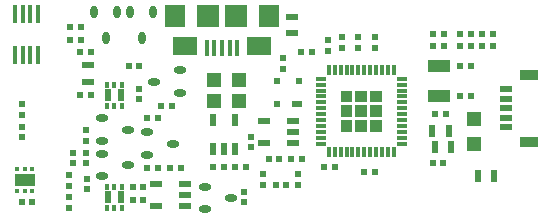
<source format=gbp>
G04 ================== begin FILE IDENTIFICATION RECORD ==================*
G04 Layout Name:  RC-TranponderV12.brd*
G04 Film Name:    Solderpaste_bot*
G04 File Format:  Gerber RS274X*
G04 File Origin:  Cadence Allegro 17.2-S042*
G04 Origin Date:  Fri Apr 26 16:06:40 2019*
G04 *
G04 Layer:  PACKAGE GEOMETRY/PASTEMASK_BOTTOM*
G04 Layer:  PIN/PASTEMASK_BOTTOM*
G04 Layer:  VIA CLASS/PASTEMASK_BOTTOM*
G04 *
G04 Offset:    (0.0000 0.0000)*
G04 Mirror:    No*
G04 Mode:      Positive*
G04 Rotation:  0*
G04 FullContactRelief:  No*
G04 UndefLineWidth:     0.1500*
G04 ================== end FILE IDENTIFICATION RECORD ====================*
%FSAX55Y55*MOMM*%
%IR0*IPPOS*OFA0.00000B0.00000*MIA0B0*SFA1.00000B1.00000*%
%ADD18O,.6X1.1*%
%ADD33R,1.X.5*%
%ADD16O,1.1X.6*%
%ADD17R,1.X.6*%
%ADD14R,.6X1.*%
%ADD30R,.6X1.*%
%ADD25R,.4X1.35*%
%ADD13R,.3X1.55*%
%ADD32R,1.6X.9*%
%ADD10R,.6X.6*%
%ADD19R,1.0922X.6096*%
%ADD23R,.6096X1.0922*%
%ADD20R,2.1X1.6*%
%ADD31R,1.9X1.1*%
%ADD11R,1.72X1.12*%
%ADD26R,.5X.6*%
%ADD15R,.35X.5*%
%ADD12R,.4X.45*%
%ADD21R,1.8X1.9*%
%ADD29R,.3X.85*%
%ADD28R,.9X.6*%
%ADD22R,1.9X1.9*%
%ADD27R,.85X.3*%
%ADD24R,1.3X1.3*%
G75*
%LPD*%
G75*
G36*
G01X-0001355000Y0000700000D02*
X-0001355000Y0000800000D01*
X-0001255000Y0000800000D01*
X-0001255000Y0000700000D01*
X-0001355000Y0000700000D01*
G37*
G36*
G01X-0001480000Y0000700000D02*
X-0001480000Y0000800000D01*
X-0001380000Y0000800000D01*
X-0001380000Y0000700000D01*
X-0001480000Y0000700000D01*
G37*
G36*
G01X-0001480000Y0000825000D02*
X-0001480000Y0000925000D01*
X-0001380000Y0000925000D01*
X-0001380000Y0000825000D01*
X-0001480000Y0000825000D01*
G37*
G36*
G01X-0001355000Y0000825000D02*
X-0001355000Y0000925000D01*
X-0001255000Y0000925000D01*
X-0001255000Y0000825000D01*
X-0001355000Y0000825000D01*
G37*
G36*
G01X-0001480000Y0000950000D02*
X-0001480000Y0001050000D01*
X-0001380000Y0001050000D01*
X-0001380000Y0000950000D01*
X-0001480000Y0000950000D01*
G37*
G36*
G01X-0001355000Y0000950000D02*
X-0001355000Y0001050000D01*
X-0001255000Y0001050000D01*
X-0001255000Y0000950000D01*
X-0001355000Y0000950000D01*
G37*
G36*
G01X-0001230000Y0000700000D02*
X-0001230000Y0000800000D01*
X-0001130000Y0000800000D01*
X-0001130000Y0000700000D01*
X-0001230000Y0000700000D01*
G37*
G36*
G01X-0001230000Y0000825000D02*
X-0001230000Y0000925000D01*
X-0001130000Y0000925000D01*
X-0001130000Y0000825000D01*
X-0001230000Y0000825000D01*
G37*
G36*
G01X-0001230000Y0000950000D02*
X-0001230000Y0001050000D01*
X-0001130000Y0001050000D01*
X-0001130000Y0000950000D01*
X-0001230000Y0000950000D01*
G37*
G54D10*
X-0004180000Y0000105000D03*
X-0004090000Y0000105000D03*
X-0004175000Y0000845000D03*
X-0004175000Y0000655000D03*
X-0004175000Y0000745000D03*
X-0004175000Y0000935000D03*
X-0003780000Y0000145000D03*
X-0003780000Y0000055000D03*
X-0003745000Y0000525000D03*
X-0003745000Y0000435000D03*
X-0003780000Y0000335000D03*
X-0003780000Y0000245000D03*
X-0003685000Y0001010000D03*
X-0003685000Y0001375000D03*
X-0003770000Y0001480000D03*
X-0003770000Y0001585000D03*
X-0003635000Y0000435000D03*
X-0003635000Y0000525000D03*
X-0003625000Y0000305000D03*
X-0003625000Y0000215000D03*
X-0003635000Y0000625000D03*
X-0003635000Y0000715000D03*
X-0003595000Y0001010000D03*
X-0003595000Y0001375000D03*
X-0003680000Y0001480000D03*
X-0003680000Y0001585000D03*
X-0003150000Y0000125000D03*
X-0003240000Y0000125000D03*
X-0003240000Y0000230000D03*
X-0003150000Y0000230000D03*
X-0003115000Y0000395000D03*
X-0003025000Y0000395000D03*
X-0003025000Y0000815000D03*
X-0003115000Y0000815000D03*
X-0003000000Y0000920000D03*
X-0003190000Y0000975000D03*
X-0003190000Y0001065000D03*
X-0003275000Y0001260000D03*
X-0003185000Y0001260000D03*
X-0002925000Y0000395000D03*
X-0002835000Y0000395000D03*
X-0002910000Y0000920000D03*
X-0002370000Y0000400000D03*
X-0002470000Y0000400000D03*
X-0002560000Y0000400000D03*
X-0002295000Y0000195000D03*
X-0002295000Y0000105000D03*
X-0002280000Y0000400000D03*
X-0002030000Y0000250000D03*
X-0002135000Y0000250000D03*
X-0002135000Y0000340000D03*
X-0002000000Y0000470000D03*
X-0002090000Y0000470000D03*
X-0002235000Y0000570000D03*
X-0002235000Y0000660000D03*
X-0001840000Y0000340000D03*
X-0001840000Y0000250000D03*
X-0001940000Y0000250000D03*
X-0001900000Y0000470000D03*
X-0001810000Y0000470000D03*
X-0001970000Y0001325000D03*
X-0001970000Y0001235000D03*
X-0001815000Y0001375000D03*
X-0001725000Y0001375000D03*
X-0001620000Y0000405000D03*
X-0001530000Y0000405000D03*
X-0001590000Y0001385000D03*
X-0001590000Y0001475000D03*
X-0001470000Y0001500000D03*
X-0001470000Y0001410000D03*
X-0001330000Y0001500000D03*
X-0001330000Y0001410000D03*
X-0001280000Y0000360000D03*
X-0001190000Y0000360000D03*
X-0001190000Y0001500000D03*
X-0001190000Y0001410000D03*
X-0000610000Y0000440000D03*
X-0000700000Y0000440000D03*
X-0000680000Y0000850000D03*
X-0000605000Y0001425000D03*
X-0000695000Y0001425000D03*
X-0000695000Y0001525000D03*
X-0000605000Y0001525000D03*
X-0000590000Y0000850000D03*
X-0000465000Y0001005000D03*
X-0000375000Y0001005000D03*
X-0000470000Y0001260000D03*
X-0000380000Y0001260000D03*
X-0000380000Y0001425000D03*
X-0000470000Y0001425000D03*
X-0000470000Y0001525000D03*
X-0000380000Y0001525000D03*
X-0000280000Y0001425000D03*
X-0000280000Y0001525000D03*
X-0000190000Y0001425000D03*
X-0000190000Y0001525000D03*
G54D11*
X-0004155000Y0000295000D03*
G54D20*
X-0002795000Y0001425000D03*
X-0002175000Y0001425000D03*
G54D21*
X-0002885000Y0001680000D03*
X-0002085000Y0001680000D03*
G54D12*
X-0004090000Y0000387500D03*
X-0004155000Y0000387500D03*
X-0004220000Y0000387500D03*
X-0004220000Y0000202500D03*
X-0004155000Y0000202500D03*
X-0004090000Y0000202500D03*
G54D30*
X-0000705000Y0000710000D03*
X-0000685000Y0000570000D03*
X-0000320000Y0000330000D03*
X-0000565000Y0000710000D03*
X-0000545000Y0000570000D03*
X-0000180000Y0000330000D03*
G54D22*
X-0002605000Y0001680000D03*
X-0002365000Y0001680000D03*
G54D31*
X-0000645000Y0001005000D03*
X-0000645000Y0001255000D03*
G54D13*
X-0004237500Y0001355000D03*
X-0004172500Y0001355000D03*
X-0004107500Y0001355000D03*
X-0004042500Y0001355000D03*
X-0004042500Y0001695000D03*
X-0004107500Y0001695000D03*
X-0004172500Y0001695000D03*
X-0004237500Y0001695000D03*
G54D23*
X-0002375000Y0000555000D03*
X-0002468980Y0000555000D03*
X-0002562960Y0000555000D03*
X-0002562960Y0000803920D03*
X-0002375000Y0000803920D03*
G54D32*
X0000116000Y0000615000D03*
X0000116000Y0001185000D03*
G54D14*
X-0003447500Y0000145000D03*
X-0003447500Y0001010000D03*
X-0003342500Y0000145000D03*
X-0003342500Y0001010000D03*
G54D24*
X-0002551680Y0001140000D03*
X-0002338320Y0001140000D03*
X-0002551680Y0000960000D03*
X-0002338320Y0000960000D03*
X-0000350000Y0000811680D03*
X-0000350000Y0000598320D03*
G54D15*
X-0003460000Y0000055000D03*
X-0003395000Y0000055000D03*
X-0003395000Y0000235000D03*
X-0003460000Y0000235000D03*
X-0003460000Y0000920000D03*
X-0003395000Y0000920000D03*
X-0003395000Y0001100000D03*
X-0003460000Y0001100000D03*
X-0003330000Y0000055000D03*
X-0003330000Y0000235000D03*
X-0003330000Y0000920000D03*
X-0003330000Y0001100000D03*
G54D33*
X-0000076000Y0000740000D03*
X-0000076000Y0000820000D03*
X-0000076000Y0000900000D03*
X-0000076000Y0000980000D03*
X-0000076000Y0001060000D03*
G54D25*
X-0002615000Y0001412500D03*
X-0002355000Y0001412500D03*
X-0002550000Y0001412500D03*
X-0002420000Y0001412500D03*
X-0002485000Y0001412500D03*
G54D16*
X-0003500000Y0000325000D03*
X-0003500000Y0000515000D03*
X-0003500000Y0000625000D03*
X-0003500000Y0000815000D03*
X-0003280000Y0000420000D03*
X-0003115000Y0000505000D03*
X-0003280000Y0000720000D03*
X-0003115000Y0000695000D03*
X-0003060000Y0001125000D03*
X-0002895000Y0000600000D03*
X-0002840000Y0001220000D03*
X-0002840000Y0001030000D03*
X-0002625000Y0000045000D03*
X-0002405000Y0000140000D03*
X-0002625000Y0000235000D03*
G54D26*
X-0002020000Y0000935000D03*
X-0002020000Y0001135000D03*
X-0001830000Y0001135000D03*
G54D17*
X-0003620000Y0001125000D03*
X-0003620000Y0001265000D03*
X-0001895000Y0001535000D03*
X-0001895000Y0001675000D03*
G54D27*
X-0001650000Y0000850000D03*
X-0001650000Y0000800000D03*
X-0001650000Y0000750000D03*
X-0001650000Y0000700000D03*
X-0001650000Y0000650000D03*
X-0001650000Y0000600000D03*
X-0001650000Y0001150000D03*
X-0001650000Y0001100000D03*
X-0001650000Y0001050000D03*
X-0001650000Y0001000000D03*
X-0001650000Y0000950000D03*
X-0001650000Y0000900000D03*
X-0000960000Y0000600000D03*
X-0000960000Y0000650000D03*
X-0000960000Y0000700000D03*
X-0000960000Y0000750000D03*
X-0000960000Y0000800000D03*
X-0000960000Y0000850000D03*
X-0000960000Y0000900000D03*
X-0000960000Y0000950000D03*
X-0000960000Y0001000000D03*
X-0000960000Y0001050000D03*
X-0000960000Y0001100000D03*
X-0000960000Y0001150000D03*
G54D18*
X-0003470000Y0001495000D03*
X-0003565000Y0001715000D03*
X-0003375000Y0001715000D03*
X-0003165000Y0001495000D03*
X-0003260000Y0001715000D03*
X-0003070000Y0001715000D03*
G54D28*
X-0001850000Y0000935000D03*
G54D19*
X-0003043920Y0000072040D03*
X-0003043920Y0000260000D03*
X-0002795000Y0000166020D03*
X-0002795000Y0000072040D03*
X-0002795000Y0000260000D03*
X-0002128920Y0000607040D03*
X-0002128920Y0000795000D03*
X-0001880000Y0000795000D03*
X-0001880000Y0000701020D03*
X-0001880000Y0000607040D03*
G54D29*
X-0001580000Y0000530000D03*
X-0001530000Y0000530000D03*
X-0001480000Y0000530000D03*
X-0001430000Y0000530000D03*
X-0001380000Y0000530000D03*
X-0001330000Y0000530000D03*
X-0001330000Y0001220000D03*
X-0001380000Y0001220000D03*
X-0001430000Y0001220000D03*
X-0001480000Y0001220000D03*
X-0001530000Y0001220000D03*
X-0001580000Y0001220000D03*
X-0001280000Y0000530000D03*
X-0001230000Y0000530000D03*
X-0001180000Y0000530000D03*
X-0001130000Y0000530000D03*
X-0001080000Y0000530000D03*
X-0001030000Y0000530000D03*
X-0001030000Y0001220000D03*
X-0001080000Y0001220000D03*
X-0001130000Y0001220000D03*
X-0001180000Y0001220000D03*
X-0001230000Y0001220000D03*
X-0001280000Y0001220000D03*
M02*

</source>
